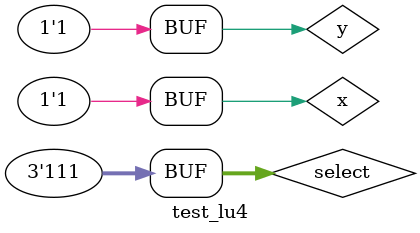
<source format=v>
module lu4 (output s, input a, input b, input [2:0] selecao);
       wire [7:0] s1;
       // Portas Principais da LU
       not N2 (s1[0], a);
       and A1 (s1[1], a, b);
       or O1 (s1[2], a, b);
       xor X1 (s1[3], a, b);
       not N1 (s1[4], b);
       nand NA1 (s1[5], a, b);
       nor NO1 (s1[6], a, b);
       xnor XN1 (s1[7], a, b);
       // Mux's
       mux3b M3x1 (s, s1, selecao);
endmodule // lu4

module mux3b (output s, input [7:0] a, input [2:0] selecao);
       wire [3:0] s2;
       wire [1:0] s3;
       mux Mx1 (s2[0],a[1],a[0],selecao[0]);
       mux Mx2 (s2[1],a[3],a[2],selecao[0]);
       mux Mx3 (s2[2],a[5],a[4],selecao[0]);
       mux Mx4 (s2[3],a[7],a[6],selecao[0]);
       mux Mx5 (s3[0],s2[1],s2[0],selecao[1]);
       mux Mx6 (s3[1],s2[3],s2[2],selecao[1]);
       mux Mx7 (s,s3[1],s3[0],selecao[2]);
endmodule // mux3b

module mux (output s, input a, input b, input selecao);
       wire selecao2,s7,s8;
       not N1 ( selecao2, selecao);
       and A2 ( s7, a, selecao);
       and A3 ( s8, b, selecao2);
       or O2 ( s, s7, s8);
endmodule // mux

module test_lu4;
       // ------------------------- definir dados
       reg x;
       reg y;
       reg [2:0] select;
       wire z;
       lu4 modulo (z, x, y, select);
       // ------------------------- parte principal
       initial begin
               $display("Exemplo0035 - Willian Antonio dos Santos - 462020");
               $display("Test lu4 module");
               x = 0; y = 0;select = 0;
               $monitor("Entradas: %b %b | Selecao: %2b => Saidas: %b",x,y,select,z);
               #1 x = 0; y = 1;
               #1 x = 1; y = 0;
               #1 x = 1; y = 1;
               #1 $display("-----------------------------------------");
               repeat (7) begin
                  #1 x = 0; y = 0; select = select + 1;
                  #1 x = 0; y = 1;
                  #1 x = 1; y = 0;
                  #1 x = 1; y = 1;
                  #1 $display("-----------------------------------------");
               end
       end
endmodule // test_lu4
</source>
